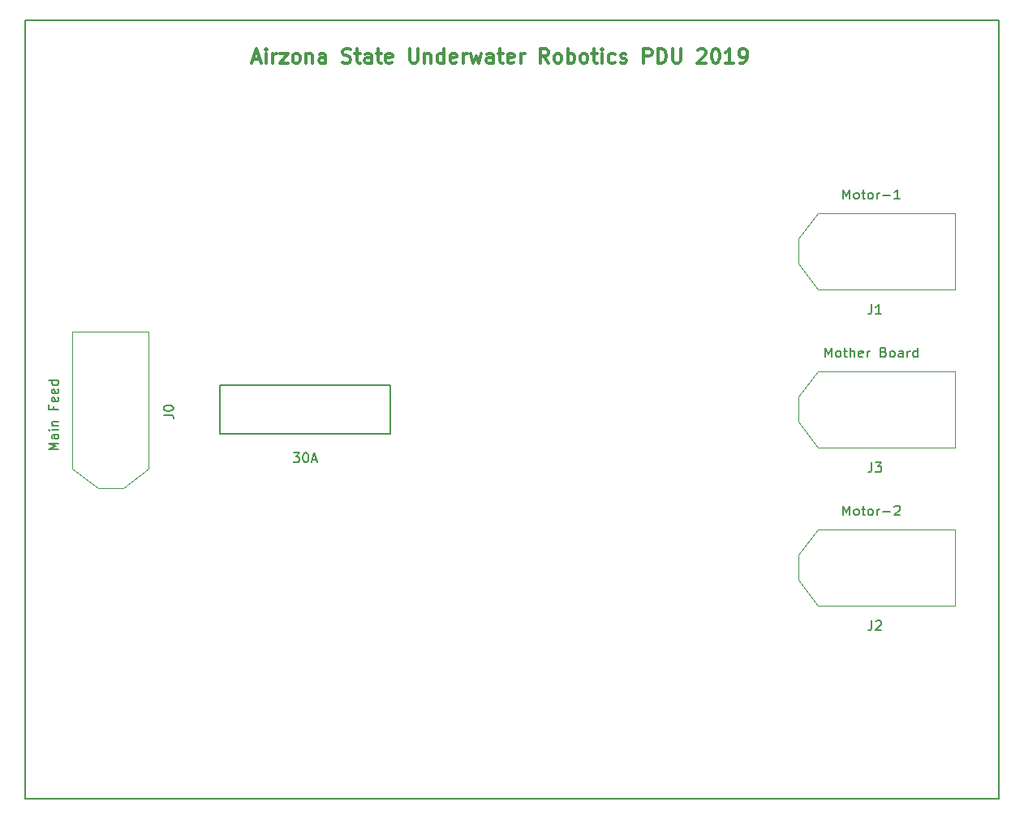
<source format=gto>
G04 #@! TF.GenerationSoftware,KiCad,Pcbnew,(5.0.0)*
G04 #@! TF.CreationDate,2018-11-06T14:57:09-07:00*
G04 #@! TF.ProjectId,PDU-Board,5044552D426F6172642E6B696361645F,rev?*
G04 #@! TF.SameCoordinates,Original*
G04 #@! TF.FileFunction,Legend,Top*
G04 #@! TF.FilePolarity,Positive*
%FSLAX46Y46*%
G04 Gerber Fmt 4.6, Leading zero omitted, Abs format (unit mm)*
G04 Created by KiCad (PCBNEW (5.0.0)) date 11/06/18 14:57:09*
%MOMM*%
%LPD*%
G01*
G04 APERTURE LIST*
%ADD10C,0.300000*%
%ADD11C,0.200000*%
%ADD12C,0.150000*%
%ADD13C,0.100000*%
G04 APERTURE END LIST*
D10*
X116454285Y-71370000D02*
X117168571Y-71370000D01*
X116311428Y-71798571D02*
X116811428Y-70298571D01*
X117311428Y-71798571D01*
X117811428Y-71798571D02*
X117811428Y-70798571D01*
X117811428Y-70298571D02*
X117740000Y-70370000D01*
X117811428Y-70441428D01*
X117882857Y-70370000D01*
X117811428Y-70298571D01*
X117811428Y-70441428D01*
X118525714Y-71798571D02*
X118525714Y-70798571D01*
X118525714Y-71084285D02*
X118597142Y-70941428D01*
X118668571Y-70870000D01*
X118811428Y-70798571D01*
X118954285Y-70798571D01*
X119311428Y-70798571D02*
X120097142Y-70798571D01*
X119311428Y-71798571D01*
X120097142Y-71798571D01*
X120882857Y-71798571D02*
X120740000Y-71727142D01*
X120668571Y-71655714D01*
X120597142Y-71512857D01*
X120597142Y-71084285D01*
X120668571Y-70941428D01*
X120740000Y-70870000D01*
X120882857Y-70798571D01*
X121097142Y-70798571D01*
X121240000Y-70870000D01*
X121311428Y-70941428D01*
X121382857Y-71084285D01*
X121382857Y-71512857D01*
X121311428Y-71655714D01*
X121240000Y-71727142D01*
X121097142Y-71798571D01*
X120882857Y-71798571D01*
X122025714Y-70798571D02*
X122025714Y-71798571D01*
X122025714Y-70941428D02*
X122097142Y-70870000D01*
X122240000Y-70798571D01*
X122454285Y-70798571D01*
X122597142Y-70870000D01*
X122668571Y-71012857D01*
X122668571Y-71798571D01*
X124025714Y-71798571D02*
X124025714Y-71012857D01*
X123954285Y-70870000D01*
X123811428Y-70798571D01*
X123525714Y-70798571D01*
X123382857Y-70870000D01*
X124025714Y-71727142D02*
X123882857Y-71798571D01*
X123525714Y-71798571D01*
X123382857Y-71727142D01*
X123311428Y-71584285D01*
X123311428Y-71441428D01*
X123382857Y-71298571D01*
X123525714Y-71227142D01*
X123882857Y-71227142D01*
X124025714Y-71155714D01*
X125811428Y-71727142D02*
X126025714Y-71798571D01*
X126382857Y-71798571D01*
X126525714Y-71727142D01*
X126597142Y-71655714D01*
X126668571Y-71512857D01*
X126668571Y-71370000D01*
X126597142Y-71227142D01*
X126525714Y-71155714D01*
X126382857Y-71084285D01*
X126097142Y-71012857D01*
X125954285Y-70941428D01*
X125882857Y-70870000D01*
X125811428Y-70727142D01*
X125811428Y-70584285D01*
X125882857Y-70441428D01*
X125954285Y-70370000D01*
X126097142Y-70298571D01*
X126454285Y-70298571D01*
X126668571Y-70370000D01*
X127097142Y-70798571D02*
X127668571Y-70798571D01*
X127311428Y-70298571D02*
X127311428Y-71584285D01*
X127382857Y-71727142D01*
X127525714Y-71798571D01*
X127668571Y-71798571D01*
X128811428Y-71798571D02*
X128811428Y-71012857D01*
X128740000Y-70870000D01*
X128597142Y-70798571D01*
X128311428Y-70798571D01*
X128168571Y-70870000D01*
X128811428Y-71727142D02*
X128668571Y-71798571D01*
X128311428Y-71798571D01*
X128168571Y-71727142D01*
X128097142Y-71584285D01*
X128097142Y-71441428D01*
X128168571Y-71298571D01*
X128311428Y-71227142D01*
X128668571Y-71227142D01*
X128811428Y-71155714D01*
X129311428Y-70798571D02*
X129882857Y-70798571D01*
X129525714Y-70298571D02*
X129525714Y-71584285D01*
X129597142Y-71727142D01*
X129740000Y-71798571D01*
X129882857Y-71798571D01*
X130954285Y-71727142D02*
X130811428Y-71798571D01*
X130525714Y-71798571D01*
X130382857Y-71727142D01*
X130311428Y-71584285D01*
X130311428Y-71012857D01*
X130382857Y-70870000D01*
X130525714Y-70798571D01*
X130811428Y-70798571D01*
X130954285Y-70870000D01*
X131025714Y-71012857D01*
X131025714Y-71155714D01*
X130311428Y-71298571D01*
X132811428Y-70298571D02*
X132811428Y-71512857D01*
X132882857Y-71655714D01*
X132954285Y-71727142D01*
X133097142Y-71798571D01*
X133382857Y-71798571D01*
X133525714Y-71727142D01*
X133597142Y-71655714D01*
X133668571Y-71512857D01*
X133668571Y-70298571D01*
X134382857Y-70798571D02*
X134382857Y-71798571D01*
X134382857Y-70941428D02*
X134454285Y-70870000D01*
X134597142Y-70798571D01*
X134811428Y-70798571D01*
X134954285Y-70870000D01*
X135025714Y-71012857D01*
X135025714Y-71798571D01*
X136382857Y-71798571D02*
X136382857Y-70298571D01*
X136382857Y-71727142D02*
X136240000Y-71798571D01*
X135954285Y-71798571D01*
X135811428Y-71727142D01*
X135740000Y-71655714D01*
X135668571Y-71512857D01*
X135668571Y-71084285D01*
X135740000Y-70941428D01*
X135811428Y-70870000D01*
X135954285Y-70798571D01*
X136240000Y-70798571D01*
X136382857Y-70870000D01*
X137668571Y-71727142D02*
X137525714Y-71798571D01*
X137240000Y-71798571D01*
X137097142Y-71727142D01*
X137025714Y-71584285D01*
X137025714Y-71012857D01*
X137097142Y-70870000D01*
X137240000Y-70798571D01*
X137525714Y-70798571D01*
X137668571Y-70870000D01*
X137740000Y-71012857D01*
X137740000Y-71155714D01*
X137025714Y-71298571D01*
X138382857Y-71798571D02*
X138382857Y-70798571D01*
X138382857Y-71084285D02*
X138454285Y-70941428D01*
X138525714Y-70870000D01*
X138668571Y-70798571D01*
X138811428Y-70798571D01*
X139168571Y-70798571D02*
X139454285Y-71798571D01*
X139740000Y-71084285D01*
X140025714Y-71798571D01*
X140311428Y-70798571D01*
X141525714Y-71798571D02*
X141525714Y-71012857D01*
X141454285Y-70870000D01*
X141311428Y-70798571D01*
X141025714Y-70798571D01*
X140882857Y-70870000D01*
X141525714Y-71727142D02*
X141382857Y-71798571D01*
X141025714Y-71798571D01*
X140882857Y-71727142D01*
X140811428Y-71584285D01*
X140811428Y-71441428D01*
X140882857Y-71298571D01*
X141025714Y-71227142D01*
X141382857Y-71227142D01*
X141525714Y-71155714D01*
X142025714Y-70798571D02*
X142597142Y-70798571D01*
X142240000Y-70298571D02*
X142240000Y-71584285D01*
X142311428Y-71727142D01*
X142454285Y-71798571D01*
X142597142Y-71798571D01*
X143668571Y-71727142D02*
X143525714Y-71798571D01*
X143240000Y-71798571D01*
X143097142Y-71727142D01*
X143025714Y-71584285D01*
X143025714Y-71012857D01*
X143097142Y-70870000D01*
X143240000Y-70798571D01*
X143525714Y-70798571D01*
X143668571Y-70870000D01*
X143740000Y-71012857D01*
X143740000Y-71155714D01*
X143025714Y-71298571D01*
X144382857Y-71798571D02*
X144382857Y-70798571D01*
X144382857Y-71084285D02*
X144454285Y-70941428D01*
X144525714Y-70870000D01*
X144668571Y-70798571D01*
X144811428Y-70798571D01*
X147311428Y-71798571D02*
X146811428Y-71084285D01*
X146454285Y-71798571D02*
X146454285Y-70298571D01*
X147025714Y-70298571D01*
X147168571Y-70370000D01*
X147240000Y-70441428D01*
X147311428Y-70584285D01*
X147311428Y-70798571D01*
X147240000Y-70941428D01*
X147168571Y-71012857D01*
X147025714Y-71084285D01*
X146454285Y-71084285D01*
X148168571Y-71798571D02*
X148025714Y-71727142D01*
X147954285Y-71655714D01*
X147882857Y-71512857D01*
X147882857Y-71084285D01*
X147954285Y-70941428D01*
X148025714Y-70870000D01*
X148168571Y-70798571D01*
X148382857Y-70798571D01*
X148525714Y-70870000D01*
X148597142Y-70941428D01*
X148668571Y-71084285D01*
X148668571Y-71512857D01*
X148597142Y-71655714D01*
X148525714Y-71727142D01*
X148382857Y-71798571D01*
X148168571Y-71798571D01*
X149311428Y-71798571D02*
X149311428Y-70298571D01*
X149311428Y-70870000D02*
X149454285Y-70798571D01*
X149740000Y-70798571D01*
X149882857Y-70870000D01*
X149954285Y-70941428D01*
X150025714Y-71084285D01*
X150025714Y-71512857D01*
X149954285Y-71655714D01*
X149882857Y-71727142D01*
X149740000Y-71798571D01*
X149454285Y-71798571D01*
X149311428Y-71727142D01*
X150882857Y-71798571D02*
X150740000Y-71727142D01*
X150668571Y-71655714D01*
X150597142Y-71512857D01*
X150597142Y-71084285D01*
X150668571Y-70941428D01*
X150740000Y-70870000D01*
X150882857Y-70798571D01*
X151097142Y-70798571D01*
X151240000Y-70870000D01*
X151311428Y-70941428D01*
X151382857Y-71084285D01*
X151382857Y-71512857D01*
X151311428Y-71655714D01*
X151240000Y-71727142D01*
X151097142Y-71798571D01*
X150882857Y-71798571D01*
X151811428Y-70798571D02*
X152382857Y-70798571D01*
X152025714Y-70298571D02*
X152025714Y-71584285D01*
X152097142Y-71727142D01*
X152240000Y-71798571D01*
X152382857Y-71798571D01*
X152882857Y-71798571D02*
X152882857Y-70798571D01*
X152882857Y-70298571D02*
X152811428Y-70370000D01*
X152882857Y-70441428D01*
X152954285Y-70370000D01*
X152882857Y-70298571D01*
X152882857Y-70441428D01*
X154240000Y-71727142D02*
X154097142Y-71798571D01*
X153811428Y-71798571D01*
X153668571Y-71727142D01*
X153597142Y-71655714D01*
X153525714Y-71512857D01*
X153525714Y-71084285D01*
X153597142Y-70941428D01*
X153668571Y-70870000D01*
X153811428Y-70798571D01*
X154097142Y-70798571D01*
X154240000Y-70870000D01*
X154811428Y-71727142D02*
X154954285Y-71798571D01*
X155240000Y-71798571D01*
X155382857Y-71727142D01*
X155454285Y-71584285D01*
X155454285Y-71512857D01*
X155382857Y-71370000D01*
X155240000Y-71298571D01*
X155025714Y-71298571D01*
X154882857Y-71227142D01*
X154811428Y-71084285D01*
X154811428Y-71012857D01*
X154882857Y-70870000D01*
X155025714Y-70798571D01*
X155240000Y-70798571D01*
X155382857Y-70870000D01*
X157240000Y-71798571D02*
X157240000Y-70298571D01*
X157811428Y-70298571D01*
X157954285Y-70370000D01*
X158025714Y-70441428D01*
X158097142Y-70584285D01*
X158097142Y-70798571D01*
X158025714Y-70941428D01*
X157954285Y-71012857D01*
X157811428Y-71084285D01*
X157240000Y-71084285D01*
X158740000Y-71798571D02*
X158740000Y-70298571D01*
X159097142Y-70298571D01*
X159311428Y-70370000D01*
X159454285Y-70512857D01*
X159525714Y-70655714D01*
X159597142Y-70941428D01*
X159597142Y-71155714D01*
X159525714Y-71441428D01*
X159454285Y-71584285D01*
X159311428Y-71727142D01*
X159097142Y-71798571D01*
X158740000Y-71798571D01*
X160240000Y-70298571D02*
X160240000Y-71512857D01*
X160311428Y-71655714D01*
X160382857Y-71727142D01*
X160525714Y-71798571D01*
X160811428Y-71798571D01*
X160954285Y-71727142D01*
X161025714Y-71655714D01*
X161097142Y-71512857D01*
X161097142Y-70298571D01*
X162882857Y-70441428D02*
X162954285Y-70370000D01*
X163097142Y-70298571D01*
X163454285Y-70298571D01*
X163597142Y-70370000D01*
X163668571Y-70441428D01*
X163740000Y-70584285D01*
X163740000Y-70727142D01*
X163668571Y-70941428D01*
X162811428Y-71798571D01*
X163740000Y-71798571D01*
X164668571Y-70298571D02*
X164811428Y-70298571D01*
X164954285Y-70370000D01*
X165025714Y-70441428D01*
X165097142Y-70584285D01*
X165168571Y-70870000D01*
X165168571Y-71227142D01*
X165097142Y-71512857D01*
X165025714Y-71655714D01*
X164954285Y-71727142D01*
X164811428Y-71798571D01*
X164668571Y-71798571D01*
X164525714Y-71727142D01*
X164454285Y-71655714D01*
X164382857Y-71512857D01*
X164311428Y-71227142D01*
X164311428Y-70870000D01*
X164382857Y-70584285D01*
X164454285Y-70441428D01*
X164525714Y-70370000D01*
X164668571Y-70298571D01*
X166597142Y-71798571D02*
X165740000Y-71798571D01*
X166168571Y-71798571D02*
X166168571Y-70298571D01*
X166025714Y-70512857D01*
X165882857Y-70655714D01*
X165740000Y-70727142D01*
X167311428Y-71798571D02*
X167597142Y-71798571D01*
X167740000Y-71727142D01*
X167811428Y-71655714D01*
X167954285Y-71441428D01*
X168025714Y-71155714D01*
X168025714Y-70584285D01*
X167954285Y-70441428D01*
X167882857Y-70370000D01*
X167740000Y-70298571D01*
X167454285Y-70298571D01*
X167311428Y-70370000D01*
X167240000Y-70441428D01*
X167168571Y-70584285D01*
X167168571Y-70941428D01*
X167240000Y-71084285D01*
X167311428Y-71155714D01*
X167454285Y-71227142D01*
X167740000Y-71227142D01*
X167882857Y-71155714D01*
X167954285Y-71084285D01*
X168025714Y-70941428D01*
D11*
X194310000Y-148590000D02*
X114300000Y-148590000D01*
X194310000Y-67310000D02*
X194310000Y-148590000D01*
X114300000Y-67310000D02*
X194310000Y-67310000D01*
X92710000Y-67310000D02*
X114300000Y-67310000D01*
X92710000Y-148590000D02*
X92710000Y-67310000D01*
X114300000Y-148590000D02*
X92710000Y-148590000D01*
D12*
G04 #@! TO.C,30A*
X113030000Y-105410000D02*
X130810000Y-105410000D01*
X130810000Y-105410000D02*
X130810000Y-110490000D01*
X130810000Y-110490000D02*
X113030000Y-110490000D01*
X113030000Y-110490000D02*
X113030000Y-105410000D01*
D13*
G04 #@! TO.C,J0*
X105600000Y-104560000D02*
X105600000Y-108760000D01*
X97600000Y-104260000D02*
X97600000Y-108660000D01*
X101600000Y-99860000D02*
X104000000Y-99860000D01*
X101500000Y-116160000D02*
X101800000Y-116160000D01*
X97600000Y-108660000D02*
X97600000Y-111760000D01*
X97600000Y-111760000D02*
X97600000Y-114160000D01*
X105600000Y-108760000D02*
X105600000Y-111760000D01*
X105600000Y-111760000D02*
X105600000Y-114160000D01*
X101600000Y-116160000D02*
X100350000Y-116160000D01*
X101600000Y-116160000D02*
X102850000Y-116160000D01*
X97600000Y-114160000D02*
X100300000Y-116160000D01*
X105600000Y-114160000D02*
X102900000Y-116160000D01*
X97600000Y-99860000D02*
X101600000Y-99860000D01*
X97600000Y-99960000D02*
X97600000Y-99860000D01*
X97600000Y-100060000D02*
X97600000Y-99960000D01*
X97600000Y-104260000D02*
X97600000Y-100060000D01*
X105600000Y-99860000D02*
X104000000Y-99860000D01*
X105600000Y-104560000D02*
X105600000Y-99860000D01*
G04 #@! TO.C,J1*
X185000000Y-95440000D02*
X189700000Y-95440000D01*
X189700000Y-95440000D02*
X189700000Y-93840000D01*
X185300000Y-87440000D02*
X189500000Y-87440000D01*
X189500000Y-87440000D02*
X189600000Y-87440000D01*
X189600000Y-87440000D02*
X189700000Y-87440000D01*
X189700000Y-87440000D02*
X189700000Y-91440000D01*
X175400000Y-95440000D02*
X173400000Y-92740000D01*
X175400000Y-87440000D02*
X173400000Y-90140000D01*
X173400000Y-91440000D02*
X173400000Y-92690000D01*
X173400000Y-91440000D02*
X173400000Y-90190000D01*
X177800000Y-95440000D02*
X175400000Y-95440000D01*
X180800000Y-95440000D02*
X177800000Y-95440000D01*
X177800000Y-87440000D02*
X175400000Y-87440000D01*
X180900000Y-87440000D02*
X177800000Y-87440000D01*
X173400000Y-91340000D02*
X173400000Y-91640000D01*
X189700000Y-91440000D02*
X189700000Y-93840000D01*
X185300000Y-87440000D02*
X180900000Y-87440000D01*
X185000000Y-95440000D02*
X180800000Y-95440000D01*
G04 #@! TO.C,J2*
X185000000Y-128460000D02*
X180800000Y-128460000D01*
X185300000Y-120460000D02*
X180900000Y-120460000D01*
X189700000Y-124460000D02*
X189700000Y-126860000D01*
X173400000Y-124360000D02*
X173400000Y-124660000D01*
X180900000Y-120460000D02*
X177800000Y-120460000D01*
X177800000Y-120460000D02*
X175400000Y-120460000D01*
X180800000Y-128460000D02*
X177800000Y-128460000D01*
X177800000Y-128460000D02*
X175400000Y-128460000D01*
X173400000Y-124460000D02*
X173400000Y-123210000D01*
X173400000Y-124460000D02*
X173400000Y-125710000D01*
X175400000Y-120460000D02*
X173400000Y-123160000D01*
X175400000Y-128460000D02*
X173400000Y-125760000D01*
X189700000Y-120460000D02*
X189700000Y-124460000D01*
X189600000Y-120460000D02*
X189700000Y-120460000D01*
X189500000Y-120460000D02*
X189600000Y-120460000D01*
X185300000Y-120460000D02*
X189500000Y-120460000D01*
X189700000Y-128460000D02*
X189700000Y-126860000D01*
X185000000Y-128460000D02*
X189700000Y-128460000D01*
G04 #@! TO.C,J3*
X185000000Y-111950000D02*
X189700000Y-111950000D01*
X189700000Y-111950000D02*
X189700000Y-110350000D01*
X185300000Y-103950000D02*
X189500000Y-103950000D01*
X189500000Y-103950000D02*
X189600000Y-103950000D01*
X189600000Y-103950000D02*
X189700000Y-103950000D01*
X189700000Y-103950000D02*
X189700000Y-107950000D01*
X175400000Y-111950000D02*
X173400000Y-109250000D01*
X175400000Y-103950000D02*
X173400000Y-106650000D01*
X173400000Y-107950000D02*
X173400000Y-109200000D01*
X173400000Y-107950000D02*
X173400000Y-106700000D01*
X177800000Y-111950000D02*
X175400000Y-111950000D01*
X180800000Y-111950000D02*
X177800000Y-111950000D01*
X177800000Y-103950000D02*
X175400000Y-103950000D01*
X180900000Y-103950000D02*
X177800000Y-103950000D01*
X173400000Y-107850000D02*
X173400000Y-108150000D01*
X189700000Y-107950000D02*
X189700000Y-110350000D01*
X185300000Y-103950000D02*
X180900000Y-103950000D01*
X185000000Y-111950000D02*
X180800000Y-111950000D01*
G04 #@! TO.C,30A*
D12*
X120681904Y-112482380D02*
X121300952Y-112482380D01*
X120967619Y-112863333D01*
X121110476Y-112863333D01*
X121205714Y-112910952D01*
X121253333Y-112958571D01*
X121300952Y-113053809D01*
X121300952Y-113291904D01*
X121253333Y-113387142D01*
X121205714Y-113434761D01*
X121110476Y-113482380D01*
X120824761Y-113482380D01*
X120729523Y-113434761D01*
X120681904Y-113387142D01*
X121920000Y-112482380D02*
X122015238Y-112482380D01*
X122110476Y-112530000D01*
X122158095Y-112577619D01*
X122205714Y-112672857D01*
X122253333Y-112863333D01*
X122253333Y-113101428D01*
X122205714Y-113291904D01*
X122158095Y-113387142D01*
X122110476Y-113434761D01*
X122015238Y-113482380D01*
X121920000Y-113482380D01*
X121824761Y-113434761D01*
X121777142Y-113387142D01*
X121729523Y-113291904D01*
X121681904Y-113101428D01*
X121681904Y-112863333D01*
X121729523Y-112672857D01*
X121777142Y-112577619D01*
X121824761Y-112530000D01*
X121920000Y-112482380D01*
X122634285Y-113196666D02*
X123110476Y-113196666D01*
X122539047Y-113482380D02*
X122872380Y-112482380D01*
X123205714Y-113482380D01*
G04 #@! TO.C,J0*
X107148380Y-108537333D02*
X107862666Y-108537333D01*
X108005523Y-108584952D01*
X108100761Y-108680190D01*
X108148380Y-108823047D01*
X108148380Y-108918285D01*
X107148380Y-107870666D02*
X107148380Y-107775428D01*
X107196000Y-107680190D01*
X107243619Y-107632571D01*
X107338857Y-107584952D01*
X107529333Y-107537333D01*
X107767428Y-107537333D01*
X107957904Y-107584952D01*
X108053142Y-107632571D01*
X108100761Y-107680190D01*
X108148380Y-107775428D01*
X108148380Y-107870666D01*
X108100761Y-107965904D01*
X108053142Y-108013523D01*
X107957904Y-108061142D01*
X107767428Y-108108761D01*
X107529333Y-108108761D01*
X107338857Y-108061142D01*
X107243619Y-108013523D01*
X107196000Y-107965904D01*
X107148380Y-107870666D01*
X96152380Y-112155238D02*
X95152380Y-112155238D01*
X95866666Y-111821904D01*
X95152380Y-111488571D01*
X96152380Y-111488571D01*
X96152380Y-110583809D02*
X95628571Y-110583809D01*
X95533333Y-110631428D01*
X95485714Y-110726666D01*
X95485714Y-110917142D01*
X95533333Y-111012380D01*
X96104761Y-110583809D02*
X96152380Y-110679047D01*
X96152380Y-110917142D01*
X96104761Y-111012380D01*
X96009523Y-111060000D01*
X95914285Y-111060000D01*
X95819047Y-111012380D01*
X95771428Y-110917142D01*
X95771428Y-110679047D01*
X95723809Y-110583809D01*
X96152380Y-110107619D02*
X95485714Y-110107619D01*
X95152380Y-110107619D02*
X95200000Y-110155238D01*
X95247619Y-110107619D01*
X95200000Y-110060000D01*
X95152380Y-110107619D01*
X95247619Y-110107619D01*
X95485714Y-109631428D02*
X96152380Y-109631428D01*
X95580952Y-109631428D02*
X95533333Y-109583809D01*
X95485714Y-109488571D01*
X95485714Y-109345714D01*
X95533333Y-109250476D01*
X95628571Y-109202857D01*
X96152380Y-109202857D01*
X95628571Y-107631428D02*
X95628571Y-107964761D01*
X96152380Y-107964761D02*
X95152380Y-107964761D01*
X95152380Y-107488571D01*
X96104761Y-106726666D02*
X96152380Y-106821904D01*
X96152380Y-107012380D01*
X96104761Y-107107619D01*
X96009523Y-107155238D01*
X95628571Y-107155238D01*
X95533333Y-107107619D01*
X95485714Y-107012380D01*
X95485714Y-106821904D01*
X95533333Y-106726666D01*
X95628571Y-106679047D01*
X95723809Y-106679047D01*
X95819047Y-107155238D01*
X96104761Y-105869523D02*
X96152380Y-105964761D01*
X96152380Y-106155238D01*
X96104761Y-106250476D01*
X96009523Y-106298095D01*
X95628571Y-106298095D01*
X95533333Y-106250476D01*
X95485714Y-106155238D01*
X95485714Y-105964761D01*
X95533333Y-105869523D01*
X95628571Y-105821904D01*
X95723809Y-105821904D01*
X95819047Y-106298095D01*
X96152380Y-104964761D02*
X95152380Y-104964761D01*
X96104761Y-104964761D02*
X96152380Y-105060000D01*
X96152380Y-105250476D01*
X96104761Y-105345714D01*
X96057142Y-105393333D01*
X95961904Y-105440952D01*
X95676190Y-105440952D01*
X95580952Y-105393333D01*
X95533333Y-105345714D01*
X95485714Y-105250476D01*
X95485714Y-105060000D01*
X95533333Y-104964761D01*
G04 #@! TO.C,J1*
X181022666Y-96988380D02*
X181022666Y-97702666D01*
X180975047Y-97845523D01*
X180879809Y-97940761D01*
X180736952Y-97988380D01*
X180641714Y-97988380D01*
X182022666Y-97988380D02*
X181451238Y-97988380D01*
X181736952Y-97988380D02*
X181736952Y-96988380D01*
X181641714Y-97131238D01*
X181546476Y-97226476D01*
X181451238Y-97274095D01*
X178071428Y-85992380D02*
X178071428Y-84992380D01*
X178404761Y-85706666D01*
X178738095Y-84992380D01*
X178738095Y-85992380D01*
X179357142Y-85992380D02*
X179261904Y-85944761D01*
X179214285Y-85897142D01*
X179166666Y-85801904D01*
X179166666Y-85516190D01*
X179214285Y-85420952D01*
X179261904Y-85373333D01*
X179357142Y-85325714D01*
X179500000Y-85325714D01*
X179595238Y-85373333D01*
X179642857Y-85420952D01*
X179690476Y-85516190D01*
X179690476Y-85801904D01*
X179642857Y-85897142D01*
X179595238Y-85944761D01*
X179500000Y-85992380D01*
X179357142Y-85992380D01*
X179976190Y-85325714D02*
X180357142Y-85325714D01*
X180119047Y-84992380D02*
X180119047Y-85849523D01*
X180166666Y-85944761D01*
X180261904Y-85992380D01*
X180357142Y-85992380D01*
X180833333Y-85992380D02*
X180738095Y-85944761D01*
X180690476Y-85897142D01*
X180642857Y-85801904D01*
X180642857Y-85516190D01*
X180690476Y-85420952D01*
X180738095Y-85373333D01*
X180833333Y-85325714D01*
X180976190Y-85325714D01*
X181071428Y-85373333D01*
X181119047Y-85420952D01*
X181166666Y-85516190D01*
X181166666Y-85801904D01*
X181119047Y-85897142D01*
X181071428Y-85944761D01*
X180976190Y-85992380D01*
X180833333Y-85992380D01*
X181595238Y-85992380D02*
X181595238Y-85325714D01*
X181595238Y-85516190D02*
X181642857Y-85420952D01*
X181690476Y-85373333D01*
X181785714Y-85325714D01*
X181880952Y-85325714D01*
X182214285Y-85611428D02*
X182976190Y-85611428D01*
X183976190Y-85992380D02*
X183404761Y-85992380D01*
X183690476Y-85992380D02*
X183690476Y-84992380D01*
X183595238Y-85135238D01*
X183500000Y-85230476D01*
X183404761Y-85278095D01*
G04 #@! TO.C,J2*
X181022666Y-130008380D02*
X181022666Y-130722666D01*
X180975047Y-130865523D01*
X180879809Y-130960761D01*
X180736952Y-131008380D01*
X180641714Y-131008380D01*
X181451238Y-130103619D02*
X181498857Y-130056000D01*
X181594095Y-130008380D01*
X181832190Y-130008380D01*
X181927428Y-130056000D01*
X181975047Y-130103619D01*
X182022666Y-130198857D01*
X182022666Y-130294095D01*
X181975047Y-130436952D01*
X181403619Y-131008380D01*
X182022666Y-131008380D01*
X178071428Y-119012380D02*
X178071428Y-118012380D01*
X178404761Y-118726666D01*
X178738095Y-118012380D01*
X178738095Y-119012380D01*
X179357142Y-119012380D02*
X179261904Y-118964761D01*
X179214285Y-118917142D01*
X179166666Y-118821904D01*
X179166666Y-118536190D01*
X179214285Y-118440952D01*
X179261904Y-118393333D01*
X179357142Y-118345714D01*
X179500000Y-118345714D01*
X179595238Y-118393333D01*
X179642857Y-118440952D01*
X179690476Y-118536190D01*
X179690476Y-118821904D01*
X179642857Y-118917142D01*
X179595238Y-118964761D01*
X179500000Y-119012380D01*
X179357142Y-119012380D01*
X179976190Y-118345714D02*
X180357142Y-118345714D01*
X180119047Y-118012380D02*
X180119047Y-118869523D01*
X180166666Y-118964761D01*
X180261904Y-119012380D01*
X180357142Y-119012380D01*
X180833333Y-119012380D02*
X180738095Y-118964761D01*
X180690476Y-118917142D01*
X180642857Y-118821904D01*
X180642857Y-118536190D01*
X180690476Y-118440952D01*
X180738095Y-118393333D01*
X180833333Y-118345714D01*
X180976190Y-118345714D01*
X181071428Y-118393333D01*
X181119047Y-118440952D01*
X181166666Y-118536190D01*
X181166666Y-118821904D01*
X181119047Y-118917142D01*
X181071428Y-118964761D01*
X180976190Y-119012380D01*
X180833333Y-119012380D01*
X181595238Y-119012380D02*
X181595238Y-118345714D01*
X181595238Y-118536190D02*
X181642857Y-118440952D01*
X181690476Y-118393333D01*
X181785714Y-118345714D01*
X181880952Y-118345714D01*
X182214285Y-118631428D02*
X182976190Y-118631428D01*
X183404761Y-118107619D02*
X183452380Y-118060000D01*
X183547619Y-118012380D01*
X183785714Y-118012380D01*
X183880952Y-118060000D01*
X183928571Y-118107619D01*
X183976190Y-118202857D01*
X183976190Y-118298095D01*
X183928571Y-118440952D01*
X183357142Y-119012380D01*
X183976190Y-119012380D01*
G04 #@! TO.C,J3*
X181022666Y-113498380D02*
X181022666Y-114212666D01*
X180975047Y-114355523D01*
X180879809Y-114450761D01*
X180736952Y-114498380D01*
X180641714Y-114498380D01*
X181403619Y-113498380D02*
X182022666Y-113498380D01*
X181689333Y-113879333D01*
X181832190Y-113879333D01*
X181927428Y-113926952D01*
X181975047Y-113974571D01*
X182022666Y-114069809D01*
X182022666Y-114307904D01*
X181975047Y-114403142D01*
X181927428Y-114450761D01*
X181832190Y-114498380D01*
X181546476Y-114498380D01*
X181451238Y-114450761D01*
X181403619Y-114403142D01*
X176190476Y-102502380D02*
X176190476Y-101502380D01*
X176523809Y-102216666D01*
X176857142Y-101502380D01*
X176857142Y-102502380D01*
X177476190Y-102502380D02*
X177380952Y-102454761D01*
X177333333Y-102407142D01*
X177285714Y-102311904D01*
X177285714Y-102026190D01*
X177333333Y-101930952D01*
X177380952Y-101883333D01*
X177476190Y-101835714D01*
X177619047Y-101835714D01*
X177714285Y-101883333D01*
X177761904Y-101930952D01*
X177809523Y-102026190D01*
X177809523Y-102311904D01*
X177761904Y-102407142D01*
X177714285Y-102454761D01*
X177619047Y-102502380D01*
X177476190Y-102502380D01*
X178095238Y-101835714D02*
X178476190Y-101835714D01*
X178238095Y-101502380D02*
X178238095Y-102359523D01*
X178285714Y-102454761D01*
X178380952Y-102502380D01*
X178476190Y-102502380D01*
X178809523Y-102502380D02*
X178809523Y-101502380D01*
X179238095Y-102502380D02*
X179238095Y-101978571D01*
X179190476Y-101883333D01*
X179095238Y-101835714D01*
X178952380Y-101835714D01*
X178857142Y-101883333D01*
X178809523Y-101930952D01*
X180095238Y-102454761D02*
X180000000Y-102502380D01*
X179809523Y-102502380D01*
X179714285Y-102454761D01*
X179666666Y-102359523D01*
X179666666Y-101978571D01*
X179714285Y-101883333D01*
X179809523Y-101835714D01*
X180000000Y-101835714D01*
X180095238Y-101883333D01*
X180142857Y-101978571D01*
X180142857Y-102073809D01*
X179666666Y-102169047D01*
X180571428Y-102502380D02*
X180571428Y-101835714D01*
X180571428Y-102026190D02*
X180619047Y-101930952D01*
X180666666Y-101883333D01*
X180761904Y-101835714D01*
X180857142Y-101835714D01*
X182285714Y-101978571D02*
X182428571Y-102026190D01*
X182476190Y-102073809D01*
X182523809Y-102169047D01*
X182523809Y-102311904D01*
X182476190Y-102407142D01*
X182428571Y-102454761D01*
X182333333Y-102502380D01*
X181952380Y-102502380D01*
X181952380Y-101502380D01*
X182285714Y-101502380D01*
X182380952Y-101550000D01*
X182428571Y-101597619D01*
X182476190Y-101692857D01*
X182476190Y-101788095D01*
X182428571Y-101883333D01*
X182380952Y-101930952D01*
X182285714Y-101978571D01*
X181952380Y-101978571D01*
X183095238Y-102502380D02*
X183000000Y-102454761D01*
X182952380Y-102407142D01*
X182904761Y-102311904D01*
X182904761Y-102026190D01*
X182952380Y-101930952D01*
X183000000Y-101883333D01*
X183095238Y-101835714D01*
X183238095Y-101835714D01*
X183333333Y-101883333D01*
X183380952Y-101930952D01*
X183428571Y-102026190D01*
X183428571Y-102311904D01*
X183380952Y-102407142D01*
X183333333Y-102454761D01*
X183238095Y-102502380D01*
X183095238Y-102502380D01*
X184285714Y-102502380D02*
X184285714Y-101978571D01*
X184238095Y-101883333D01*
X184142857Y-101835714D01*
X183952380Y-101835714D01*
X183857142Y-101883333D01*
X184285714Y-102454761D02*
X184190476Y-102502380D01*
X183952380Y-102502380D01*
X183857142Y-102454761D01*
X183809523Y-102359523D01*
X183809523Y-102264285D01*
X183857142Y-102169047D01*
X183952380Y-102121428D01*
X184190476Y-102121428D01*
X184285714Y-102073809D01*
X184761904Y-102502380D02*
X184761904Y-101835714D01*
X184761904Y-102026190D02*
X184809523Y-101930952D01*
X184857142Y-101883333D01*
X184952380Y-101835714D01*
X185047619Y-101835714D01*
X185809523Y-102502380D02*
X185809523Y-101502380D01*
X185809523Y-102454761D02*
X185714285Y-102502380D01*
X185523809Y-102502380D01*
X185428571Y-102454761D01*
X185380952Y-102407142D01*
X185333333Y-102311904D01*
X185333333Y-102026190D01*
X185380952Y-101930952D01*
X185428571Y-101883333D01*
X185523809Y-101835714D01*
X185714285Y-101835714D01*
X185809523Y-101883333D01*
G04 #@! TD*
M02*

</source>
